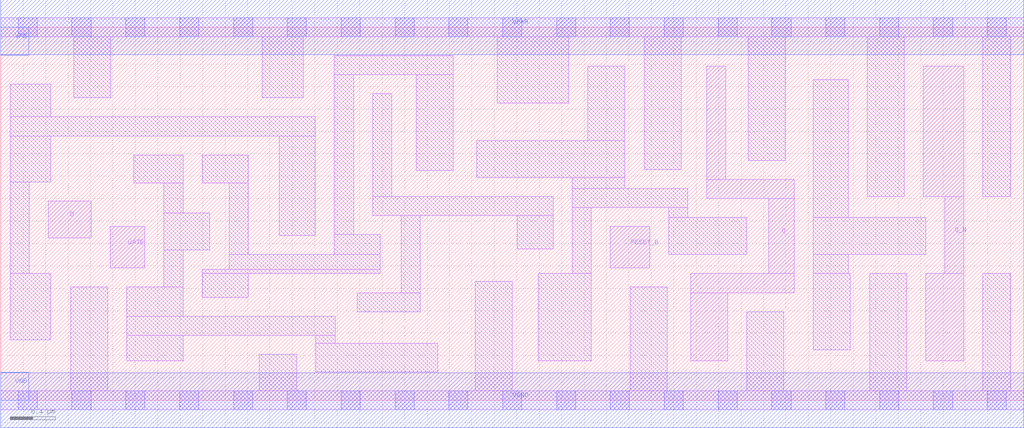
<source format=lef>
# Copyright 2020 The SkyWater PDK Authors
#
# Licensed under the Apache License, Version 2.0 (the "License");
# you may not use this file except in compliance with the License.
# You may obtain a copy of the License at
#
#     https://www.apache.org/licenses/LICENSE-2.0
#
# Unless required by applicable law or agreed to in writing, software
# distributed under the License is distributed on an "AS IS" BASIS,
# WITHOUT WARRANTIES OR CONDITIONS OF ANY KIND, either express or implied.
# See the License for the specific language governing permissions and
# limitations under the License.
#
# SPDX-License-Identifier: Apache-2.0

VERSION 5.5 ;
NAMESCASESENSITIVE ON ;
BUSBITCHARS "[]" ;
DIVIDERCHAR "/" ;
MACRO sky130_fd_sc_ms__dlrbp_2
  CLASS CORE ;
  SOURCE USER ;
  ORIGIN  0.000000  0.000000 ;
  SIZE  9.120000 BY  3.330000 ;
  SYMMETRY X Y ;
  SITE unit ;
  PIN D
    ANTENNAGATEAREA  0.208000 ;
    DIRECTION INPUT ;
    USE SIGNAL ;
    PORT
      LAYER li1 ;
        RECT 0.425000 1.450000 0.805000 1.780000 ;
    END
  END D
  PIN Q
    ANTENNADIFFAREA  0.543200 ;
    DIRECTION OUTPUT ;
    USE SIGNAL ;
    PORT
      LAYER li1 ;
        RECT 6.150000 0.350000 6.480000 0.960000 ;
        RECT 6.150000 0.960000 7.075000 1.130000 ;
        RECT 6.295000 1.800000 7.075000 1.970000 ;
        RECT 6.295000 1.970000 6.465000 2.980000 ;
        RECT 6.845000 1.130000 7.075000 1.800000 ;
    END
  END Q
  PIN Q_N
    ANTENNADIFFAREA  0.543200 ;
    DIRECTION OUTPUT ;
    USE SIGNAL ;
    PORT
      LAYER li1 ;
        RECT 8.225000 1.820000 8.585000 2.980000 ;
        RECT 8.245000 0.350000 8.585000 1.130000 ;
        RECT 8.415000 1.130000 8.585000 1.820000 ;
    END
  END Q_N
  PIN RESET_B
    ANTENNAGATEAREA  0.279000 ;
    DIRECTION INPUT ;
    USE SIGNAL ;
    PORT
      LAYER li1 ;
        RECT 5.435000 1.180000 5.785000 1.550000 ;
    END
  END RESET_B
  PIN GATE
    ANTENNAGATEAREA  0.237000 ;
    DIRECTION INPUT ;
    USE CLOCK ;
    PORT
      LAYER li1 ;
        RECT 0.975000 1.180000 1.285000 1.550000 ;
    END
  END GATE
  PIN VGND
    DIRECTION INOUT ;
    USE GROUND ;
    PORT
      LAYER met1 ;
        RECT 0.000000 -0.245000 9.120000 0.245000 ;
    END
  END VGND
  PIN VNB
    DIRECTION INOUT ;
    USE GROUND ;
    PORT
    END
  END VNB
  PIN VPB
    DIRECTION INOUT ;
    USE POWER ;
    PORT
    END
  END VPB
  PIN VNB
    DIRECTION INOUT ;
    USE GROUND ;
    PORT
      LAYER met1 ;
        RECT 0.000000 0.000000 0.250000 0.250000 ;
    END
  END VNB
  PIN VPB
    DIRECTION INOUT ;
    USE POWER ;
    PORT
      LAYER met1 ;
        RECT 0.000000 3.080000 0.250000 3.330000 ;
    END
  END VPB
  PIN VPWR
    DIRECTION INOUT ;
    USE POWER ;
    PORT
      LAYER met1 ;
        RECT 0.000000 3.085000 9.120000 3.575000 ;
    END
  END VPWR
  OBS
    LAYER li1 ;
      RECT 0.000000 -0.085000 9.120000 0.085000 ;
      RECT 0.000000  3.245000 9.120000 3.415000 ;
      RECT 0.085000  0.540000 0.445000 1.130000 ;
      RECT 0.085000  1.130000 0.255000 1.950000 ;
      RECT 0.085000  1.950000 0.445000 2.360000 ;
      RECT 0.085000  2.360000 2.805000 2.530000 ;
      RECT 0.085000  2.530000 0.445000 2.820000 ;
      RECT 0.625000  0.085000 0.955000 1.010000 ;
      RECT 0.650000  2.700000 0.980000 3.245000 ;
      RECT 1.125000  0.350000 1.625000 0.580000 ;
      RECT 1.125000  0.580000 2.980000 0.750000 ;
      RECT 1.125000  0.750000 1.625000 1.010000 ;
      RECT 1.185000  1.940000 1.625000 2.190000 ;
      RECT 1.455000  1.010000 1.625000 1.340000 ;
      RECT 1.455000  1.340000 1.865000 1.670000 ;
      RECT 1.455000  1.670000 1.625000 1.940000 ;
      RECT 1.795000  0.920000 2.205000 1.130000 ;
      RECT 1.795000  1.130000 3.385000 1.170000 ;
      RECT 1.795000  1.940000 2.205000 2.190000 ;
      RECT 2.035000  1.170000 3.385000 1.300000 ;
      RECT 2.035000  1.300000 2.205000 1.940000 ;
      RECT 2.305000  0.085000 2.640000 0.410000 ;
      RECT 2.330000  2.700000 2.695000 3.245000 ;
      RECT 2.485000  1.470000 2.805000 2.360000 ;
      RECT 2.810000  0.255000 3.895000 0.510000 ;
      RECT 2.810000  0.510000 2.980000 0.580000 ;
      RECT 2.975000  1.300000 3.385000 1.480000 ;
      RECT 2.975000  1.480000 3.145000 2.905000 ;
      RECT 2.975000  2.905000 4.035000 3.075000 ;
      RECT 3.180000  0.790000 3.740000 0.960000 ;
      RECT 3.315000  1.650000 4.925000 1.820000 ;
      RECT 3.315000  1.820000 3.485000 2.735000 ;
      RECT 3.570000  0.960000 3.740000 1.650000 ;
      RECT 3.705000  2.050000 4.035000 2.905000 ;
      RECT 4.230000  0.085000 4.560000 1.060000 ;
      RECT 4.245000  1.990000 5.565000 2.320000 ;
      RECT 4.425000  2.650000 5.065000 3.245000 ;
      RECT 4.605000  1.350000 4.925000 1.650000 ;
      RECT 4.790000  0.350000 5.265000 1.130000 ;
      RECT 5.095000  1.130000 5.265000 1.720000 ;
      RECT 5.095000  1.720000 6.125000 1.890000 ;
      RECT 5.095000  1.890000 5.565000 1.990000 ;
      RECT 5.235000  2.320000 5.565000 2.980000 ;
      RECT 5.610000  0.085000 5.940000 1.010000 ;
      RECT 5.735000  2.060000 6.065000 3.245000 ;
      RECT 5.955000  1.300000 6.650000 1.630000 ;
      RECT 5.955000  1.630000 6.125000 1.720000 ;
      RECT 6.650000  0.085000 6.980000 0.790000 ;
      RECT 6.665000  2.140000 6.995000 3.245000 ;
      RECT 7.245000  0.450000 7.575000 1.130000 ;
      RECT 7.245000  1.130000 7.555000 1.300000 ;
      RECT 7.245000  1.300000 8.245000 1.630000 ;
      RECT 7.245000  1.630000 7.555000 2.860000 ;
      RECT 7.725000  1.820000 8.055000 3.245000 ;
      RECT 7.745000  0.085000 8.075000 1.130000 ;
      RECT 8.755000  0.085000 9.005000 1.130000 ;
      RECT 8.755000  1.820000 9.005000 3.245000 ;
    LAYER mcon ;
      RECT 0.155000 -0.085000 0.325000 0.085000 ;
      RECT 0.155000  3.245000 0.325000 3.415000 ;
      RECT 0.635000 -0.085000 0.805000 0.085000 ;
      RECT 0.635000  3.245000 0.805000 3.415000 ;
      RECT 1.115000 -0.085000 1.285000 0.085000 ;
      RECT 1.115000  3.245000 1.285000 3.415000 ;
      RECT 1.595000 -0.085000 1.765000 0.085000 ;
      RECT 1.595000  3.245000 1.765000 3.415000 ;
      RECT 2.075000 -0.085000 2.245000 0.085000 ;
      RECT 2.075000  3.245000 2.245000 3.415000 ;
      RECT 2.555000 -0.085000 2.725000 0.085000 ;
      RECT 2.555000  3.245000 2.725000 3.415000 ;
      RECT 3.035000 -0.085000 3.205000 0.085000 ;
      RECT 3.035000  3.245000 3.205000 3.415000 ;
      RECT 3.515000 -0.085000 3.685000 0.085000 ;
      RECT 3.515000  3.245000 3.685000 3.415000 ;
      RECT 3.995000 -0.085000 4.165000 0.085000 ;
      RECT 3.995000  3.245000 4.165000 3.415000 ;
      RECT 4.475000 -0.085000 4.645000 0.085000 ;
      RECT 4.475000  3.245000 4.645000 3.415000 ;
      RECT 4.955000 -0.085000 5.125000 0.085000 ;
      RECT 4.955000  3.245000 5.125000 3.415000 ;
      RECT 5.435000 -0.085000 5.605000 0.085000 ;
      RECT 5.435000  3.245000 5.605000 3.415000 ;
      RECT 5.915000 -0.085000 6.085000 0.085000 ;
      RECT 5.915000  3.245000 6.085000 3.415000 ;
      RECT 6.395000 -0.085000 6.565000 0.085000 ;
      RECT 6.395000  3.245000 6.565000 3.415000 ;
      RECT 6.875000 -0.085000 7.045000 0.085000 ;
      RECT 6.875000  3.245000 7.045000 3.415000 ;
      RECT 7.355000 -0.085000 7.525000 0.085000 ;
      RECT 7.355000  3.245000 7.525000 3.415000 ;
      RECT 7.835000 -0.085000 8.005000 0.085000 ;
      RECT 7.835000  3.245000 8.005000 3.415000 ;
      RECT 8.315000 -0.085000 8.485000 0.085000 ;
      RECT 8.315000  3.245000 8.485000 3.415000 ;
      RECT 8.795000 -0.085000 8.965000 0.085000 ;
      RECT 8.795000  3.245000 8.965000 3.415000 ;
  END
END sky130_fd_sc_ms__dlrbp_2
END LIBRARY

</source>
